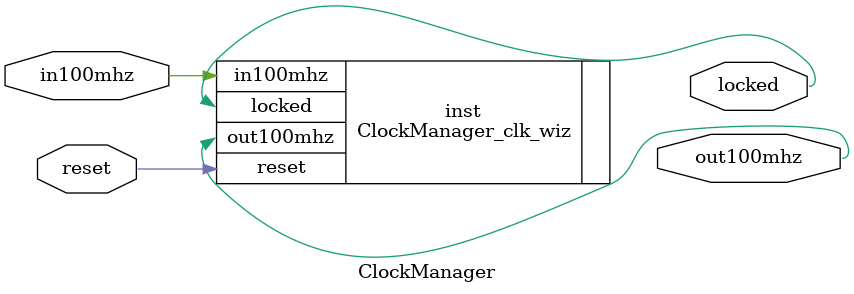
<source format=v>


`timescale 1ps/1ps

(* CORE_GENERATION_INFO = "ClockManager,clk_wiz_v6_0_0_0,{component_name=ClockManager,use_phase_alignment=true,use_min_o_jitter=false,use_max_i_jitter=false,use_dyn_phase_shift=false,use_inclk_switchover=false,use_dyn_reconfig=false,enable_axi=0,feedback_source=FDBK_AUTO,PRIMITIVE=MMCM,num_out_clk=1,clkin1_period=10.000,clkin2_period=10.000,use_power_down=false,use_reset=true,use_locked=true,use_inclk_stopped=false,feedback_type=SINGLE,CLOCK_MGR_TYPE=NA,manual_override=false}" *)

module ClockManager 
 (
  // Clock out ports
  output        out100mhz,
  // Status and control signals
  input         reset,
  output        locked,
 // Clock in ports
  input         in100mhz
 );

  ClockManager_clk_wiz inst
  (
  // Clock out ports  
  .out100mhz(out100mhz),
  // Status and control signals               
  .reset(reset), 
  .locked(locked),
 // Clock in ports
  .in100mhz(in100mhz)
  );

endmodule

</source>
